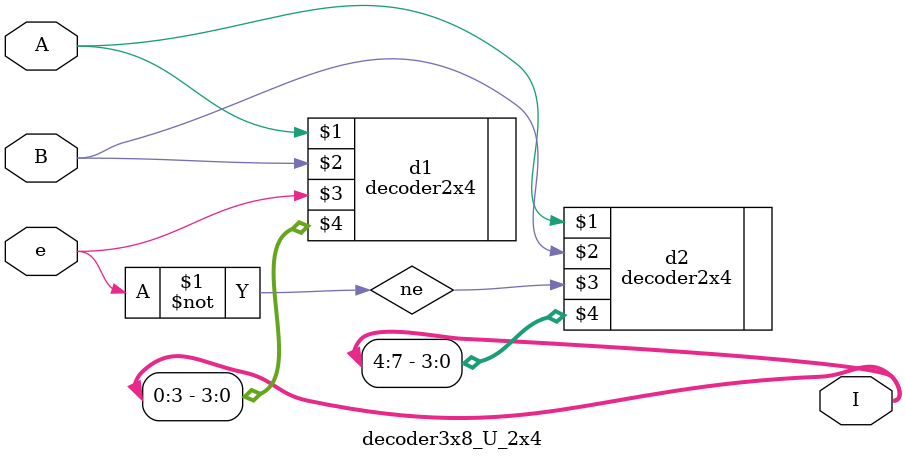
<source format=v>
module decoder3x8_U_2x4(A, B, e, I);
input A;
input B;
input e;
output [0:7]I;
wire ne;

not n1(ne, e);

decoder2x4 d1(A, B, e, I[0:3]);
decoder2x4 d2(A, B, ne, I[4:7]);

endmodule

</source>
